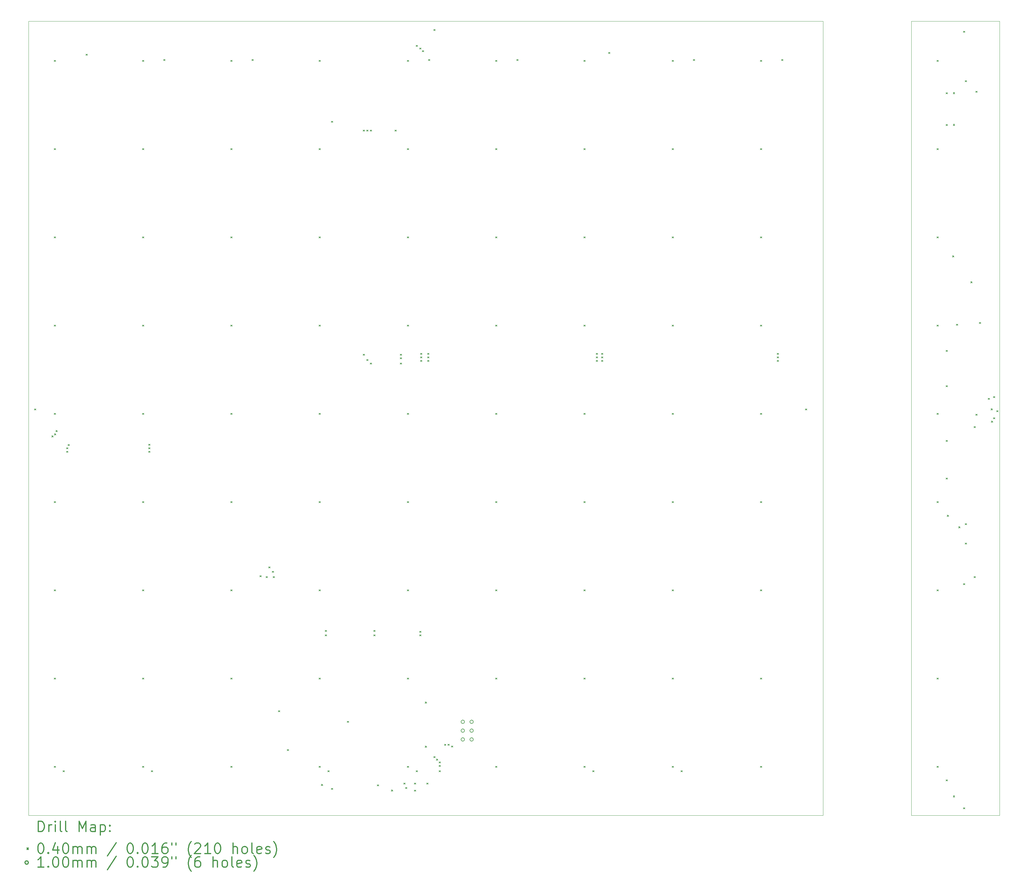
<source format=gbr>
%FSLAX45Y45*%
G04 Gerber Fmt 4.5, Leading zero omitted, Abs format (unit mm)*
G04 Created by KiCad (PCBNEW (5.1.4)-1) date 2020-04-23 20:30:22*
%MOMM*%
%LPD*%
G04 APERTURE LIST*
%ADD10C,0.050000*%
%ADD11C,0.200000*%
%ADD12C,0.300000*%
G04 APERTURE END LIST*
D10*
X26670000Y-24130000D02*
X26670000Y-1270000D01*
X29210000Y-24130000D02*
X26670000Y-24130000D01*
X29210000Y-1270000D02*
X29210000Y-24130000D01*
X26670000Y-1270000D02*
X29210000Y-1270000D01*
X1270000Y-24130000D02*
X1270000Y-1270000D01*
X24130000Y-24130000D02*
X1270000Y-24130000D01*
X24130000Y-1270000D02*
X24130000Y-24130000D01*
X1270000Y-1270000D02*
X24130000Y-1270000D01*
D11*
X1440500Y-12426000D02*
X1480500Y-12466000D01*
X1480500Y-12426000D02*
X1440500Y-12466000D01*
X1942992Y-13204214D02*
X1982992Y-13244214D01*
X1982992Y-13204214D02*
X1942992Y-13244214D01*
X2012000Y-2393000D02*
X2052000Y-2433000D01*
X2052000Y-2393000D02*
X2012000Y-2433000D01*
X2012000Y-4933000D02*
X2052000Y-4973000D01*
X2052000Y-4933000D02*
X2012000Y-4973000D01*
X2012000Y-7473000D02*
X2052000Y-7513000D01*
X2052000Y-7473000D02*
X2012000Y-7513000D01*
X2012000Y-10013000D02*
X2052000Y-10053000D01*
X2052000Y-10013000D02*
X2012000Y-10053000D01*
X2012000Y-12553000D02*
X2052000Y-12593000D01*
X2052000Y-12553000D02*
X2012000Y-12593000D01*
X2012000Y-15093000D02*
X2052000Y-15133000D01*
X2052000Y-15093000D02*
X2012000Y-15133000D01*
X2012000Y-17633000D02*
X2052000Y-17673000D01*
X2052000Y-17633000D02*
X2012000Y-17673000D01*
X2012000Y-20173000D02*
X2052000Y-20213000D01*
X2052000Y-20173000D02*
X2012000Y-20213000D01*
X2012000Y-22713000D02*
X2052000Y-22753000D01*
X2052000Y-22713000D02*
X2012000Y-22753000D01*
X2019022Y-13139254D02*
X2059022Y-13179254D01*
X2059022Y-13139254D02*
X2019022Y-13179254D01*
X2062295Y-13049101D02*
X2102295Y-13089101D01*
X2102295Y-13049101D02*
X2062295Y-13089101D01*
X2266000Y-22840000D02*
X2306000Y-22880000D01*
X2306000Y-22840000D02*
X2266000Y-22880000D01*
X2367600Y-13645200D02*
X2407600Y-13685200D01*
X2407600Y-13645200D02*
X2367600Y-13685200D01*
X2367902Y-13543600D02*
X2407902Y-13583600D01*
X2407902Y-13543600D02*
X2367902Y-13583600D01*
X2410886Y-13451859D02*
X2450886Y-13491859D01*
X2450886Y-13451859D02*
X2410886Y-13491859D01*
X2926400Y-2215200D02*
X2966400Y-2255200D01*
X2966400Y-2215200D02*
X2926400Y-2255200D01*
X4552000Y-2393000D02*
X4592000Y-2433000D01*
X4592000Y-2393000D02*
X4552000Y-2433000D01*
X4552000Y-4933000D02*
X4592000Y-4973000D01*
X4592000Y-4933000D02*
X4552000Y-4973000D01*
X4552000Y-7473000D02*
X4592000Y-7513000D01*
X4592000Y-7473000D02*
X4552000Y-7513000D01*
X4552000Y-10013000D02*
X4592000Y-10053000D01*
X4592000Y-10013000D02*
X4552000Y-10053000D01*
X4552000Y-12553000D02*
X4592000Y-12593000D01*
X4592000Y-12553000D02*
X4552000Y-12593000D01*
X4552000Y-15093000D02*
X4592000Y-15133000D01*
X4592000Y-15093000D02*
X4552000Y-15133000D01*
X4552000Y-17633000D02*
X4592000Y-17673000D01*
X4592000Y-17633000D02*
X4552000Y-17673000D01*
X4552000Y-20173000D02*
X4592000Y-20213000D01*
X4592000Y-20173000D02*
X4552000Y-20213000D01*
X4552000Y-22713000D02*
X4592000Y-22753000D01*
X4592000Y-22713000D02*
X4552000Y-22753000D01*
X4729800Y-13442000D02*
X4769800Y-13482000D01*
X4769800Y-13442000D02*
X4729800Y-13482000D01*
X4729800Y-13543600D02*
X4769800Y-13583600D01*
X4769800Y-13543600D02*
X4729800Y-13583600D01*
X4729800Y-13645200D02*
X4769800Y-13685200D01*
X4769800Y-13645200D02*
X4729800Y-13685200D01*
X4806000Y-22840000D02*
X4846000Y-22880000D01*
X4846000Y-22840000D02*
X4806000Y-22880000D01*
X5161600Y-2367600D02*
X5201600Y-2407600D01*
X5201600Y-2367600D02*
X5161600Y-2407600D01*
X7092000Y-2393000D02*
X7132000Y-2433000D01*
X7132000Y-2393000D02*
X7092000Y-2433000D01*
X7092000Y-4933000D02*
X7132000Y-4973000D01*
X7132000Y-4933000D02*
X7092000Y-4973000D01*
X7092000Y-7473000D02*
X7132000Y-7513000D01*
X7132000Y-7473000D02*
X7092000Y-7513000D01*
X7092000Y-10013000D02*
X7132000Y-10053000D01*
X7132000Y-10013000D02*
X7092000Y-10053000D01*
X7092000Y-12553000D02*
X7132000Y-12593000D01*
X7132000Y-12553000D02*
X7092000Y-12593000D01*
X7092000Y-15093000D02*
X7132000Y-15133000D01*
X7132000Y-15093000D02*
X7092000Y-15133000D01*
X7092000Y-17633000D02*
X7132000Y-17673000D01*
X7132000Y-17633000D02*
X7092000Y-17673000D01*
X7092000Y-20173000D02*
X7132000Y-20213000D01*
X7132000Y-20173000D02*
X7092000Y-20213000D01*
X7092000Y-22713000D02*
X7132000Y-22753000D01*
X7132000Y-22713000D02*
X7092000Y-22753000D01*
X7701600Y-2367600D02*
X7741600Y-2407600D01*
X7741600Y-2367600D02*
X7701600Y-2407600D01*
X7930200Y-17226600D02*
X7970200Y-17266600D01*
X7970200Y-17226600D02*
X7930200Y-17266600D01*
X8108000Y-17252000D02*
X8148000Y-17292000D01*
X8148000Y-17252000D02*
X8108000Y-17292000D01*
X8184200Y-16972600D02*
X8224200Y-17012600D01*
X8224200Y-16972600D02*
X8184200Y-17012600D01*
X8285800Y-17099600D02*
X8325800Y-17139600D01*
X8325800Y-17099600D02*
X8285800Y-17139600D01*
X8311200Y-17252000D02*
X8351200Y-17292000D01*
X8351200Y-17252000D02*
X8311200Y-17292000D01*
X8463600Y-21112800D02*
X8503600Y-21152800D01*
X8503600Y-21112800D02*
X8463600Y-21152800D01*
X8717600Y-22230400D02*
X8757600Y-22270400D01*
X8757600Y-22230400D02*
X8717600Y-22270400D01*
X9632000Y-2393000D02*
X9672000Y-2433000D01*
X9672000Y-2393000D02*
X9632000Y-2433000D01*
X9632000Y-4933000D02*
X9672000Y-4973000D01*
X9672000Y-4933000D02*
X9632000Y-4973000D01*
X9632000Y-7473000D02*
X9672000Y-7513000D01*
X9672000Y-7473000D02*
X9632000Y-7513000D01*
X9632000Y-10013000D02*
X9672000Y-10053000D01*
X9672000Y-10013000D02*
X9632000Y-10053000D01*
X9632000Y-12553000D02*
X9672000Y-12593000D01*
X9672000Y-12553000D02*
X9632000Y-12593000D01*
X9632000Y-15093000D02*
X9672000Y-15133000D01*
X9672000Y-15093000D02*
X9632000Y-15133000D01*
X9632000Y-17633000D02*
X9672000Y-17673000D01*
X9672000Y-17633000D02*
X9632000Y-17673000D01*
X9632000Y-20173000D02*
X9672000Y-20213000D01*
X9672000Y-20173000D02*
X9632000Y-20213000D01*
X9632000Y-22713000D02*
X9672000Y-22753000D01*
X9672000Y-22713000D02*
X9632000Y-22753000D01*
X9695500Y-23233700D02*
X9735500Y-23273700D01*
X9735500Y-23233700D02*
X9695500Y-23273700D01*
X9809800Y-18801400D02*
X9849800Y-18841400D01*
X9849800Y-18801400D02*
X9809800Y-18841400D01*
X9809800Y-18928400D02*
X9849800Y-18968400D01*
X9849800Y-18928400D02*
X9809800Y-18968400D01*
X9886000Y-22840000D02*
X9926000Y-22880000D01*
X9926000Y-22840000D02*
X9886000Y-22880000D01*
X9987600Y-4145600D02*
X10027600Y-4185600D01*
X10027600Y-4145600D02*
X9987600Y-4185600D01*
X9987600Y-23348000D02*
X10027600Y-23388000D01*
X10027600Y-23348000D02*
X9987600Y-23388000D01*
X10444800Y-21417600D02*
X10484800Y-21457600D01*
X10484800Y-21417600D02*
X10444800Y-21457600D01*
X10901393Y-4398993D02*
X10941393Y-4438993D01*
X10941393Y-4398993D02*
X10901393Y-4438993D01*
X10901393Y-10850593D02*
X10941393Y-10890593D01*
X10941393Y-10850593D02*
X10901393Y-10890593D01*
X11003600Y-4399600D02*
X11043600Y-4439600D01*
X11043600Y-4399600D02*
X11003600Y-4439600D01*
X11003600Y-11003600D02*
X11043600Y-11043600D01*
X11043600Y-11003600D02*
X11003600Y-11043600D01*
X11105200Y-4399600D02*
X11145200Y-4439600D01*
X11145200Y-4399600D02*
X11105200Y-4439600D01*
X11105200Y-11105200D02*
X11145200Y-11145200D01*
X11145200Y-11105200D02*
X11105200Y-11145200D01*
X11206800Y-18801400D02*
X11246800Y-18841400D01*
X11246800Y-18801400D02*
X11206800Y-18841400D01*
X11206800Y-18928400D02*
X11246800Y-18968400D01*
X11246800Y-18928400D02*
X11206800Y-18968400D01*
X11308400Y-23246400D02*
X11348400Y-23286400D01*
X11348400Y-23246400D02*
X11308400Y-23286400D01*
X11714800Y-23394998D02*
X11754800Y-23434998D01*
X11754800Y-23394998D02*
X11714800Y-23434998D01*
X11816400Y-4399600D02*
X11856400Y-4439600D01*
X11856400Y-4399600D02*
X11816400Y-4439600D01*
X11968800Y-10851200D02*
X12008800Y-10891200D01*
X12008800Y-10851200D02*
X11968800Y-10891200D01*
X11968800Y-10952800D02*
X12008800Y-10992800D01*
X12008800Y-10952800D02*
X11968800Y-10992800D01*
X11968800Y-11105200D02*
X12008800Y-11145200D01*
X12008800Y-11105200D02*
X11968800Y-11145200D01*
X12070400Y-23195600D02*
X12110400Y-23235600D01*
X12110400Y-23195600D02*
X12070400Y-23235600D01*
X12121200Y-23322297D02*
X12161200Y-23362297D01*
X12161200Y-23322297D02*
X12121200Y-23362297D01*
X12172000Y-2393000D02*
X12212000Y-2433000D01*
X12212000Y-2393000D02*
X12172000Y-2433000D01*
X12172000Y-4933000D02*
X12212000Y-4973000D01*
X12212000Y-4933000D02*
X12172000Y-4973000D01*
X12172000Y-7473000D02*
X12212000Y-7513000D01*
X12212000Y-7473000D02*
X12172000Y-7513000D01*
X12172000Y-10013000D02*
X12212000Y-10053000D01*
X12212000Y-10013000D02*
X12172000Y-10053000D01*
X12172000Y-12553000D02*
X12212000Y-12593000D01*
X12212000Y-12553000D02*
X12172000Y-12593000D01*
X12172000Y-15093000D02*
X12212000Y-15133000D01*
X12212000Y-15093000D02*
X12172000Y-15133000D01*
X12172000Y-17633000D02*
X12212000Y-17673000D01*
X12212000Y-17633000D02*
X12172000Y-17673000D01*
X12172000Y-20173000D02*
X12212000Y-20213000D01*
X12212000Y-20173000D02*
X12172000Y-20213000D01*
X12172000Y-22713000D02*
X12212000Y-22753000D01*
X12212000Y-22713000D02*
X12172000Y-22753000D01*
X12375200Y-23195600D02*
X12415200Y-23235600D01*
X12415200Y-23195600D02*
X12375200Y-23235600D01*
X12375200Y-23398800D02*
X12415200Y-23438800D01*
X12415200Y-23398800D02*
X12375200Y-23438800D01*
X12426000Y-1961200D02*
X12466000Y-2001200D01*
X12466000Y-1961200D02*
X12426000Y-2001200D01*
X12426000Y-22840000D02*
X12466000Y-22880000D01*
X12466000Y-22840000D02*
X12426000Y-22880000D01*
X12527600Y-2037400D02*
X12567600Y-2077400D01*
X12567600Y-2037400D02*
X12527600Y-2077400D01*
X12527600Y-18826800D02*
X12567600Y-18866800D01*
X12567600Y-18826800D02*
X12527600Y-18866800D01*
X12527600Y-18928400D02*
X12567600Y-18968400D01*
X12567600Y-18928400D02*
X12527600Y-18968400D01*
X12553000Y-10827399D02*
X12593000Y-10867399D01*
X12593000Y-10827399D02*
X12553000Y-10867399D01*
X12553000Y-10927400D02*
X12593000Y-10967400D01*
X12593000Y-10927400D02*
X12553000Y-10967400D01*
X12553000Y-11029000D02*
X12593000Y-11069000D01*
X12593000Y-11029000D02*
X12553000Y-11069000D01*
X12603800Y-2113600D02*
X12643800Y-2153600D01*
X12643800Y-2113600D02*
X12603800Y-2153600D01*
X12683500Y-20862300D02*
X12723500Y-20902300D01*
X12723500Y-20862300D02*
X12683500Y-20902300D01*
X12683500Y-22132300D02*
X12723500Y-22172300D01*
X12723500Y-22132300D02*
X12683500Y-22172300D01*
X12730800Y-23195600D02*
X12770800Y-23235600D01*
X12770800Y-23195600D02*
X12730800Y-23235600D01*
X12756200Y-10827399D02*
X12796200Y-10867399D01*
X12796200Y-10827399D02*
X12756200Y-10867399D01*
X12756200Y-10927400D02*
X12796200Y-10967400D01*
X12796200Y-10927400D02*
X12756200Y-10967400D01*
X12756200Y-11029000D02*
X12796200Y-11069000D01*
X12796200Y-11029000D02*
X12756200Y-11069000D01*
X12781600Y-2367600D02*
X12821600Y-2407600D01*
X12821600Y-2367600D02*
X12781600Y-2407600D01*
X12934000Y-1504000D02*
X12974000Y-1544000D01*
X12974000Y-1504000D02*
X12934000Y-1544000D01*
X12934000Y-22433600D02*
X12974000Y-22473600D01*
X12974000Y-22433600D02*
X12934000Y-22473600D01*
X13006460Y-22506060D02*
X13046460Y-22546060D01*
X13046460Y-22506060D02*
X13006460Y-22546060D01*
X13085793Y-22585393D02*
X13125793Y-22625393D01*
X13125793Y-22585393D02*
X13085793Y-22625393D01*
X13086400Y-22687600D02*
X13126400Y-22727600D01*
X13126400Y-22687600D02*
X13086400Y-22727600D01*
X13086400Y-22840000D02*
X13126400Y-22880000D01*
X13126400Y-22840000D02*
X13086400Y-22880000D01*
X13240399Y-22078000D02*
X13280399Y-22118000D01*
X13280399Y-22078000D02*
X13240399Y-22118000D01*
X13340400Y-22078000D02*
X13380400Y-22118000D01*
X13380400Y-22078000D02*
X13340400Y-22118000D01*
X13442000Y-22128800D02*
X13482000Y-22168800D01*
X13482000Y-22128800D02*
X13442000Y-22168800D01*
X14712000Y-2393000D02*
X14752000Y-2433000D01*
X14752000Y-2393000D02*
X14712000Y-2433000D01*
X14712000Y-4933000D02*
X14752000Y-4973000D01*
X14752000Y-4933000D02*
X14712000Y-4973000D01*
X14712000Y-7473000D02*
X14752000Y-7513000D01*
X14752000Y-7473000D02*
X14712000Y-7513000D01*
X14712000Y-10013000D02*
X14752000Y-10053000D01*
X14752000Y-10013000D02*
X14712000Y-10053000D01*
X14712000Y-12553000D02*
X14752000Y-12593000D01*
X14752000Y-12553000D02*
X14712000Y-12593000D01*
X14712000Y-15093000D02*
X14752000Y-15133000D01*
X14752000Y-15093000D02*
X14712000Y-15133000D01*
X14712000Y-17633000D02*
X14752000Y-17673000D01*
X14752000Y-17633000D02*
X14712000Y-17673000D01*
X14712000Y-20173000D02*
X14752000Y-20213000D01*
X14752000Y-20173000D02*
X14712000Y-20213000D01*
X14712000Y-22713000D02*
X14752000Y-22753000D01*
X14752000Y-22713000D02*
X14712000Y-22753000D01*
X15321600Y-2367600D02*
X15361600Y-2407600D01*
X15361600Y-2367600D02*
X15321600Y-2407600D01*
X17252000Y-2393000D02*
X17292000Y-2433000D01*
X17292000Y-2393000D02*
X17252000Y-2433000D01*
X17252000Y-4933000D02*
X17292000Y-4973000D01*
X17292000Y-4933000D02*
X17252000Y-4973000D01*
X17252000Y-7473000D02*
X17292000Y-7513000D01*
X17292000Y-7473000D02*
X17252000Y-7513000D01*
X17252000Y-10013000D02*
X17292000Y-10053000D01*
X17292000Y-10013000D02*
X17252000Y-10053000D01*
X17252000Y-12553000D02*
X17292000Y-12593000D01*
X17292000Y-12553000D02*
X17252000Y-12593000D01*
X17252000Y-15093000D02*
X17292000Y-15133000D01*
X17292000Y-15093000D02*
X17252000Y-15133000D01*
X17252000Y-17633000D02*
X17292000Y-17673000D01*
X17292000Y-17633000D02*
X17252000Y-17673000D01*
X17252000Y-20173000D02*
X17292000Y-20213000D01*
X17292000Y-20173000D02*
X17252000Y-20213000D01*
X17252000Y-22713000D02*
X17292000Y-22753000D01*
X17292000Y-22713000D02*
X17252000Y-22753000D01*
X17506000Y-22840000D02*
X17546000Y-22880000D01*
X17546000Y-22840000D02*
X17506000Y-22880000D01*
X17607600Y-10825800D02*
X17647600Y-10865800D01*
X17647600Y-10825800D02*
X17607600Y-10865800D01*
X17607600Y-10927400D02*
X17647600Y-10967400D01*
X17647600Y-10927400D02*
X17607600Y-10967400D01*
X17607600Y-11029000D02*
X17647600Y-11069000D01*
X17647600Y-11029000D02*
X17607600Y-11069000D01*
X17760000Y-10825800D02*
X17800000Y-10865800D01*
X17800000Y-10825800D02*
X17760000Y-10865800D01*
X17760000Y-10927400D02*
X17800000Y-10967400D01*
X17800000Y-10927400D02*
X17760000Y-10967400D01*
X17760000Y-11029000D02*
X17800000Y-11069000D01*
X17800000Y-11029000D02*
X17760000Y-11069000D01*
X17963200Y-2164400D02*
X18003200Y-2204400D01*
X18003200Y-2164400D02*
X17963200Y-2204400D01*
X19792000Y-2393000D02*
X19832000Y-2433000D01*
X19832000Y-2393000D02*
X19792000Y-2433000D01*
X19792000Y-4933000D02*
X19832000Y-4973000D01*
X19832000Y-4933000D02*
X19792000Y-4973000D01*
X19792000Y-7473000D02*
X19832000Y-7513000D01*
X19832000Y-7473000D02*
X19792000Y-7513000D01*
X19792000Y-10013000D02*
X19832000Y-10053000D01*
X19832000Y-10013000D02*
X19792000Y-10053000D01*
X19792000Y-12553000D02*
X19832000Y-12593000D01*
X19832000Y-12553000D02*
X19792000Y-12593000D01*
X19792000Y-15093000D02*
X19832000Y-15133000D01*
X19832000Y-15093000D02*
X19792000Y-15133000D01*
X19792000Y-17633000D02*
X19832000Y-17673000D01*
X19832000Y-17633000D02*
X19792000Y-17673000D01*
X19792000Y-20173000D02*
X19832000Y-20213000D01*
X19832000Y-20173000D02*
X19792000Y-20213000D01*
X19792000Y-22713000D02*
X19832000Y-22753000D01*
X19832000Y-22713000D02*
X19792000Y-22753000D01*
X20046000Y-22840000D02*
X20086000Y-22880000D01*
X20086000Y-22840000D02*
X20046000Y-22880000D01*
X20401600Y-2367600D02*
X20441600Y-2407600D01*
X20441600Y-2367600D02*
X20401600Y-2407600D01*
X22332000Y-2393000D02*
X22372000Y-2433000D01*
X22372000Y-2393000D02*
X22332000Y-2433000D01*
X22332000Y-4933000D02*
X22372000Y-4973000D01*
X22372000Y-4933000D02*
X22332000Y-4973000D01*
X22332000Y-7473000D02*
X22372000Y-7513000D01*
X22372000Y-7473000D02*
X22332000Y-7513000D01*
X22332000Y-10013000D02*
X22372000Y-10053000D01*
X22372000Y-10013000D02*
X22332000Y-10053000D01*
X22332000Y-12553000D02*
X22372000Y-12593000D01*
X22372000Y-12553000D02*
X22332000Y-12593000D01*
X22332000Y-15093000D02*
X22372000Y-15133000D01*
X22372000Y-15093000D02*
X22332000Y-15133000D01*
X22332000Y-17633000D02*
X22372000Y-17673000D01*
X22372000Y-17633000D02*
X22332000Y-17673000D01*
X22332000Y-20173000D02*
X22372000Y-20213000D01*
X22372000Y-20173000D02*
X22332000Y-20213000D01*
X22332000Y-22713000D02*
X22372000Y-22753000D01*
X22372000Y-22713000D02*
X22332000Y-22753000D01*
X22814600Y-10825800D02*
X22854600Y-10865800D01*
X22854600Y-10825800D02*
X22814600Y-10865800D01*
X22814600Y-10927400D02*
X22854600Y-10967400D01*
X22854600Y-10927400D02*
X22814600Y-10967400D01*
X22814600Y-11029000D02*
X22854600Y-11069000D01*
X22854600Y-11029000D02*
X22814600Y-11069000D01*
X22941600Y-2367600D02*
X22981600Y-2407600D01*
X22981600Y-2367600D02*
X22941600Y-2407600D01*
X23627400Y-12426000D02*
X23667400Y-12466000D01*
X23667400Y-12426000D02*
X23627400Y-12466000D01*
X27412000Y-2393000D02*
X27452000Y-2433000D01*
X27452000Y-2393000D02*
X27412000Y-2433000D01*
X27412000Y-4933000D02*
X27452000Y-4973000D01*
X27452000Y-4933000D02*
X27412000Y-4973000D01*
X27412000Y-7473000D02*
X27452000Y-7513000D01*
X27452000Y-7473000D02*
X27412000Y-7513000D01*
X27412000Y-10013000D02*
X27452000Y-10053000D01*
X27452000Y-10013000D02*
X27412000Y-10053000D01*
X27412000Y-12553000D02*
X27452000Y-12593000D01*
X27452000Y-12553000D02*
X27412000Y-12593000D01*
X27412000Y-15093000D02*
X27452000Y-15133000D01*
X27452000Y-15093000D02*
X27412000Y-15133000D01*
X27412000Y-17633000D02*
X27452000Y-17673000D01*
X27452000Y-17633000D02*
X27412000Y-17673000D01*
X27412000Y-20173000D02*
X27452000Y-20213000D01*
X27452000Y-20173000D02*
X27412000Y-20213000D01*
X27412000Y-22713000D02*
X27452000Y-22753000D01*
X27452000Y-22713000D02*
X27412000Y-22753000D01*
X27675000Y-3323800D02*
X27715000Y-3363800D01*
X27715000Y-3323800D02*
X27675000Y-3363800D01*
X27675000Y-4238200D02*
X27715000Y-4278200D01*
X27715000Y-4238200D02*
X27675000Y-4278200D01*
X27675000Y-10740600D02*
X27715000Y-10780600D01*
X27715000Y-10740600D02*
X27675000Y-10780600D01*
X27675000Y-11756600D02*
X27715000Y-11796600D01*
X27715000Y-11756600D02*
X27675000Y-11796600D01*
X27675000Y-13331400D02*
X27715000Y-13371400D01*
X27715000Y-13331400D02*
X27675000Y-13371400D01*
X27675000Y-14416200D02*
X27715000Y-14456200D01*
X27715000Y-14416200D02*
X27675000Y-14456200D01*
X27675000Y-23103000D02*
X27715000Y-23143000D01*
X27715000Y-23103000D02*
X27675000Y-23143000D01*
X27705200Y-15485600D02*
X27745200Y-15525600D01*
X27745200Y-15485600D02*
X27705200Y-15525600D01*
X27857600Y-8018000D02*
X27897600Y-8058000D01*
X27897600Y-8018000D02*
X27857600Y-8058000D01*
X27880000Y-3322000D02*
X27920000Y-3362000D01*
X27920000Y-3322000D02*
X27880000Y-3362000D01*
X27880000Y-4236400D02*
X27920000Y-4276400D01*
X27920000Y-4236400D02*
X27880000Y-4276400D01*
X27880000Y-23562000D02*
X27920000Y-23602000D01*
X27920000Y-23562000D02*
X27880000Y-23602000D01*
X27970800Y-9987600D02*
X28010800Y-10027600D01*
X28010800Y-9987600D02*
X27970800Y-10027600D01*
X28035400Y-15815800D02*
X28075400Y-15855800D01*
X28075400Y-15815800D02*
X28035400Y-15855800D01*
X28174000Y-1554800D02*
X28214000Y-1594800D01*
X28214000Y-1554800D02*
X28174000Y-1594800D01*
X28174000Y-17455200D02*
X28214000Y-17495200D01*
X28214000Y-17455200D02*
X28174000Y-17495200D01*
X28174000Y-23906800D02*
X28214000Y-23946800D01*
X28214000Y-23906800D02*
X28174000Y-23946800D01*
X28224800Y-2977200D02*
X28264800Y-3017200D01*
X28264800Y-2977200D02*
X28224800Y-3017200D01*
X28224800Y-15728000D02*
X28264800Y-15768000D01*
X28264800Y-15728000D02*
X28224800Y-15768000D01*
X28224800Y-16286800D02*
X28264800Y-16326800D01*
X28264800Y-16286800D02*
X28224800Y-16326800D01*
X28382299Y-8763301D02*
X28422299Y-8803301D01*
X28422299Y-8763301D02*
X28382299Y-8803301D01*
X28478800Y-12934000D02*
X28518800Y-12974000D01*
X28518800Y-12934000D02*
X28478800Y-12974000D01*
X28478800Y-17252000D02*
X28518800Y-17292000D01*
X28518800Y-17252000D02*
X28478800Y-17292000D01*
X28529600Y-3282000D02*
X28569600Y-3322000D01*
X28569600Y-3282000D02*
X28529600Y-3322000D01*
X28529600Y-12578400D02*
X28569600Y-12618400D01*
X28569600Y-12578400D02*
X28529600Y-12618400D01*
X28631200Y-9936800D02*
X28671200Y-9976800D01*
X28671200Y-9936800D02*
X28631200Y-9976800D01*
X28885200Y-12121200D02*
X28925200Y-12161200D01*
X28925200Y-12121200D02*
X28885200Y-12161200D01*
X28964899Y-12425347D02*
X29004899Y-12465347D01*
X29004899Y-12425347D02*
X28964899Y-12465347D01*
X28979296Y-12779490D02*
X29019296Y-12819490D01*
X29019296Y-12779490D02*
X28979296Y-12819490D01*
X29037600Y-12070400D02*
X29077600Y-12110400D01*
X29077600Y-12070400D02*
X29037600Y-12110400D01*
X29037600Y-12680000D02*
X29077600Y-12720000D01*
X29077600Y-12680000D02*
X29037600Y-12720000D01*
X29127500Y-12476800D02*
X29167500Y-12516800D01*
X29167500Y-12476800D02*
X29127500Y-12516800D01*
X13816800Y-21437600D02*
G75*
G03X13816800Y-21437600I-50000J0D01*
G01*
X13816800Y-21691600D02*
G75*
G03X13816800Y-21691600I-50000J0D01*
G01*
X13816800Y-21945600D02*
G75*
G03X13816800Y-21945600I-50000J0D01*
G01*
X14070800Y-21437600D02*
G75*
G03X14070800Y-21437600I-50000J0D01*
G01*
X14070800Y-21691600D02*
G75*
G03X14070800Y-21691600I-50000J0D01*
G01*
X14070800Y-21945600D02*
G75*
G03X14070800Y-21945600I-50000J0D01*
G01*
D12*
X1553928Y-24598214D02*
X1553928Y-24298214D01*
X1625357Y-24298214D01*
X1668214Y-24312500D01*
X1696786Y-24341071D01*
X1711071Y-24369643D01*
X1725357Y-24426786D01*
X1725357Y-24469643D01*
X1711071Y-24526786D01*
X1696786Y-24555357D01*
X1668214Y-24583929D01*
X1625357Y-24598214D01*
X1553928Y-24598214D01*
X1853928Y-24598214D02*
X1853928Y-24398214D01*
X1853928Y-24455357D02*
X1868214Y-24426786D01*
X1882500Y-24412500D01*
X1911071Y-24398214D01*
X1939643Y-24398214D01*
X2039643Y-24598214D02*
X2039643Y-24398214D01*
X2039643Y-24298214D02*
X2025357Y-24312500D01*
X2039643Y-24326786D01*
X2053928Y-24312500D01*
X2039643Y-24298214D01*
X2039643Y-24326786D01*
X2225357Y-24598214D02*
X2196786Y-24583929D01*
X2182500Y-24555357D01*
X2182500Y-24298214D01*
X2382500Y-24598214D02*
X2353928Y-24583929D01*
X2339643Y-24555357D01*
X2339643Y-24298214D01*
X2725357Y-24598214D02*
X2725357Y-24298214D01*
X2825357Y-24512500D01*
X2925357Y-24298214D01*
X2925357Y-24598214D01*
X3196786Y-24598214D02*
X3196786Y-24441071D01*
X3182500Y-24412500D01*
X3153928Y-24398214D01*
X3096786Y-24398214D01*
X3068214Y-24412500D01*
X3196786Y-24583929D02*
X3168214Y-24598214D01*
X3096786Y-24598214D01*
X3068214Y-24583929D01*
X3053928Y-24555357D01*
X3053928Y-24526786D01*
X3068214Y-24498214D01*
X3096786Y-24483929D01*
X3168214Y-24483929D01*
X3196786Y-24469643D01*
X3339643Y-24398214D02*
X3339643Y-24698214D01*
X3339643Y-24412500D02*
X3368214Y-24398214D01*
X3425357Y-24398214D01*
X3453928Y-24412500D01*
X3468214Y-24426786D01*
X3482500Y-24455357D01*
X3482500Y-24541071D01*
X3468214Y-24569643D01*
X3453928Y-24583929D01*
X3425357Y-24598214D01*
X3368214Y-24598214D01*
X3339643Y-24583929D01*
X3611071Y-24569643D02*
X3625357Y-24583929D01*
X3611071Y-24598214D01*
X3596786Y-24583929D01*
X3611071Y-24569643D01*
X3611071Y-24598214D01*
X3611071Y-24412500D02*
X3625357Y-24426786D01*
X3611071Y-24441071D01*
X3596786Y-24426786D01*
X3611071Y-24412500D01*
X3611071Y-24441071D01*
X1227500Y-25072500D02*
X1267500Y-25112500D01*
X1267500Y-25072500D02*
X1227500Y-25112500D01*
X1611071Y-24928214D02*
X1639643Y-24928214D01*
X1668214Y-24942500D01*
X1682500Y-24956786D01*
X1696786Y-24985357D01*
X1711071Y-25042500D01*
X1711071Y-25113929D01*
X1696786Y-25171071D01*
X1682500Y-25199643D01*
X1668214Y-25213929D01*
X1639643Y-25228214D01*
X1611071Y-25228214D01*
X1582500Y-25213929D01*
X1568214Y-25199643D01*
X1553928Y-25171071D01*
X1539643Y-25113929D01*
X1539643Y-25042500D01*
X1553928Y-24985357D01*
X1568214Y-24956786D01*
X1582500Y-24942500D01*
X1611071Y-24928214D01*
X1839643Y-25199643D02*
X1853928Y-25213929D01*
X1839643Y-25228214D01*
X1825357Y-25213929D01*
X1839643Y-25199643D01*
X1839643Y-25228214D01*
X2111071Y-25028214D02*
X2111071Y-25228214D01*
X2039643Y-24913929D02*
X1968214Y-25128214D01*
X2153928Y-25128214D01*
X2325357Y-24928214D02*
X2353928Y-24928214D01*
X2382500Y-24942500D01*
X2396786Y-24956786D01*
X2411071Y-24985357D01*
X2425357Y-25042500D01*
X2425357Y-25113929D01*
X2411071Y-25171071D01*
X2396786Y-25199643D01*
X2382500Y-25213929D01*
X2353928Y-25228214D01*
X2325357Y-25228214D01*
X2296786Y-25213929D01*
X2282500Y-25199643D01*
X2268214Y-25171071D01*
X2253928Y-25113929D01*
X2253928Y-25042500D01*
X2268214Y-24985357D01*
X2282500Y-24956786D01*
X2296786Y-24942500D01*
X2325357Y-24928214D01*
X2553928Y-25228214D02*
X2553928Y-25028214D01*
X2553928Y-25056786D02*
X2568214Y-25042500D01*
X2596786Y-25028214D01*
X2639643Y-25028214D01*
X2668214Y-25042500D01*
X2682500Y-25071071D01*
X2682500Y-25228214D01*
X2682500Y-25071071D02*
X2696786Y-25042500D01*
X2725357Y-25028214D01*
X2768214Y-25028214D01*
X2796786Y-25042500D01*
X2811071Y-25071071D01*
X2811071Y-25228214D01*
X2953928Y-25228214D02*
X2953928Y-25028214D01*
X2953928Y-25056786D02*
X2968214Y-25042500D01*
X2996786Y-25028214D01*
X3039643Y-25028214D01*
X3068214Y-25042500D01*
X3082500Y-25071071D01*
X3082500Y-25228214D01*
X3082500Y-25071071D02*
X3096786Y-25042500D01*
X3125357Y-25028214D01*
X3168214Y-25028214D01*
X3196786Y-25042500D01*
X3211071Y-25071071D01*
X3211071Y-25228214D01*
X3796786Y-24913929D02*
X3539643Y-25299643D01*
X4182500Y-24928214D02*
X4211071Y-24928214D01*
X4239643Y-24942500D01*
X4253928Y-24956786D01*
X4268214Y-24985357D01*
X4282500Y-25042500D01*
X4282500Y-25113929D01*
X4268214Y-25171071D01*
X4253928Y-25199643D01*
X4239643Y-25213929D01*
X4211071Y-25228214D01*
X4182500Y-25228214D01*
X4153928Y-25213929D01*
X4139643Y-25199643D01*
X4125357Y-25171071D01*
X4111071Y-25113929D01*
X4111071Y-25042500D01*
X4125357Y-24985357D01*
X4139643Y-24956786D01*
X4153928Y-24942500D01*
X4182500Y-24928214D01*
X4411071Y-25199643D02*
X4425357Y-25213929D01*
X4411071Y-25228214D01*
X4396786Y-25213929D01*
X4411071Y-25199643D01*
X4411071Y-25228214D01*
X4611071Y-24928214D02*
X4639643Y-24928214D01*
X4668214Y-24942500D01*
X4682500Y-24956786D01*
X4696786Y-24985357D01*
X4711071Y-25042500D01*
X4711071Y-25113929D01*
X4696786Y-25171071D01*
X4682500Y-25199643D01*
X4668214Y-25213929D01*
X4639643Y-25228214D01*
X4611071Y-25228214D01*
X4582500Y-25213929D01*
X4568214Y-25199643D01*
X4553928Y-25171071D01*
X4539643Y-25113929D01*
X4539643Y-25042500D01*
X4553928Y-24985357D01*
X4568214Y-24956786D01*
X4582500Y-24942500D01*
X4611071Y-24928214D01*
X4996786Y-25228214D02*
X4825357Y-25228214D01*
X4911071Y-25228214D02*
X4911071Y-24928214D01*
X4882500Y-24971071D01*
X4853928Y-24999643D01*
X4825357Y-25013929D01*
X5253928Y-24928214D02*
X5196786Y-24928214D01*
X5168214Y-24942500D01*
X5153928Y-24956786D01*
X5125357Y-24999643D01*
X5111071Y-25056786D01*
X5111071Y-25171071D01*
X5125357Y-25199643D01*
X5139643Y-25213929D01*
X5168214Y-25228214D01*
X5225357Y-25228214D01*
X5253928Y-25213929D01*
X5268214Y-25199643D01*
X5282500Y-25171071D01*
X5282500Y-25099643D01*
X5268214Y-25071071D01*
X5253928Y-25056786D01*
X5225357Y-25042500D01*
X5168214Y-25042500D01*
X5139643Y-25056786D01*
X5125357Y-25071071D01*
X5111071Y-25099643D01*
X5396786Y-24928214D02*
X5396786Y-24985357D01*
X5511071Y-24928214D02*
X5511071Y-24985357D01*
X5953928Y-25342500D02*
X5939643Y-25328214D01*
X5911071Y-25285357D01*
X5896786Y-25256786D01*
X5882500Y-25213929D01*
X5868214Y-25142500D01*
X5868214Y-25085357D01*
X5882500Y-25013929D01*
X5896786Y-24971071D01*
X5911071Y-24942500D01*
X5939643Y-24899643D01*
X5953928Y-24885357D01*
X6053928Y-24956786D02*
X6068214Y-24942500D01*
X6096786Y-24928214D01*
X6168214Y-24928214D01*
X6196786Y-24942500D01*
X6211071Y-24956786D01*
X6225357Y-24985357D01*
X6225357Y-25013929D01*
X6211071Y-25056786D01*
X6039643Y-25228214D01*
X6225357Y-25228214D01*
X6511071Y-25228214D02*
X6339643Y-25228214D01*
X6425357Y-25228214D02*
X6425357Y-24928214D01*
X6396786Y-24971071D01*
X6368214Y-24999643D01*
X6339643Y-25013929D01*
X6696786Y-24928214D02*
X6725357Y-24928214D01*
X6753928Y-24942500D01*
X6768214Y-24956786D01*
X6782500Y-24985357D01*
X6796786Y-25042500D01*
X6796786Y-25113929D01*
X6782500Y-25171071D01*
X6768214Y-25199643D01*
X6753928Y-25213929D01*
X6725357Y-25228214D01*
X6696786Y-25228214D01*
X6668214Y-25213929D01*
X6653928Y-25199643D01*
X6639643Y-25171071D01*
X6625357Y-25113929D01*
X6625357Y-25042500D01*
X6639643Y-24985357D01*
X6653928Y-24956786D01*
X6668214Y-24942500D01*
X6696786Y-24928214D01*
X7153928Y-25228214D02*
X7153928Y-24928214D01*
X7282500Y-25228214D02*
X7282500Y-25071071D01*
X7268214Y-25042500D01*
X7239643Y-25028214D01*
X7196786Y-25028214D01*
X7168214Y-25042500D01*
X7153928Y-25056786D01*
X7468214Y-25228214D02*
X7439643Y-25213929D01*
X7425357Y-25199643D01*
X7411071Y-25171071D01*
X7411071Y-25085357D01*
X7425357Y-25056786D01*
X7439643Y-25042500D01*
X7468214Y-25028214D01*
X7511071Y-25028214D01*
X7539643Y-25042500D01*
X7553928Y-25056786D01*
X7568214Y-25085357D01*
X7568214Y-25171071D01*
X7553928Y-25199643D01*
X7539643Y-25213929D01*
X7511071Y-25228214D01*
X7468214Y-25228214D01*
X7739643Y-25228214D02*
X7711071Y-25213929D01*
X7696786Y-25185357D01*
X7696786Y-24928214D01*
X7968214Y-25213929D02*
X7939643Y-25228214D01*
X7882500Y-25228214D01*
X7853928Y-25213929D01*
X7839643Y-25185357D01*
X7839643Y-25071071D01*
X7853928Y-25042500D01*
X7882500Y-25028214D01*
X7939643Y-25028214D01*
X7968214Y-25042500D01*
X7982500Y-25071071D01*
X7982500Y-25099643D01*
X7839643Y-25128214D01*
X8096786Y-25213929D02*
X8125357Y-25228214D01*
X8182500Y-25228214D01*
X8211071Y-25213929D01*
X8225357Y-25185357D01*
X8225357Y-25171071D01*
X8211071Y-25142500D01*
X8182500Y-25128214D01*
X8139643Y-25128214D01*
X8111071Y-25113929D01*
X8096786Y-25085357D01*
X8096786Y-25071071D01*
X8111071Y-25042500D01*
X8139643Y-25028214D01*
X8182500Y-25028214D01*
X8211071Y-25042500D01*
X8325357Y-25342500D02*
X8339643Y-25328214D01*
X8368214Y-25285357D01*
X8382500Y-25256786D01*
X8396786Y-25213929D01*
X8411071Y-25142500D01*
X8411071Y-25085357D01*
X8396786Y-25013929D01*
X8382500Y-24971071D01*
X8368214Y-24942500D01*
X8339643Y-24899643D01*
X8325357Y-24885357D01*
X1267500Y-25488500D02*
G75*
G03X1267500Y-25488500I-50000J0D01*
G01*
X1711071Y-25624214D02*
X1539643Y-25624214D01*
X1625357Y-25624214D02*
X1625357Y-25324214D01*
X1596786Y-25367071D01*
X1568214Y-25395643D01*
X1539643Y-25409929D01*
X1839643Y-25595643D02*
X1853928Y-25609929D01*
X1839643Y-25624214D01*
X1825357Y-25609929D01*
X1839643Y-25595643D01*
X1839643Y-25624214D01*
X2039643Y-25324214D02*
X2068214Y-25324214D01*
X2096786Y-25338500D01*
X2111071Y-25352786D01*
X2125357Y-25381357D01*
X2139643Y-25438500D01*
X2139643Y-25509929D01*
X2125357Y-25567071D01*
X2111071Y-25595643D01*
X2096786Y-25609929D01*
X2068214Y-25624214D01*
X2039643Y-25624214D01*
X2011071Y-25609929D01*
X1996786Y-25595643D01*
X1982500Y-25567071D01*
X1968214Y-25509929D01*
X1968214Y-25438500D01*
X1982500Y-25381357D01*
X1996786Y-25352786D01*
X2011071Y-25338500D01*
X2039643Y-25324214D01*
X2325357Y-25324214D02*
X2353928Y-25324214D01*
X2382500Y-25338500D01*
X2396786Y-25352786D01*
X2411071Y-25381357D01*
X2425357Y-25438500D01*
X2425357Y-25509929D01*
X2411071Y-25567071D01*
X2396786Y-25595643D01*
X2382500Y-25609929D01*
X2353928Y-25624214D01*
X2325357Y-25624214D01*
X2296786Y-25609929D01*
X2282500Y-25595643D01*
X2268214Y-25567071D01*
X2253928Y-25509929D01*
X2253928Y-25438500D01*
X2268214Y-25381357D01*
X2282500Y-25352786D01*
X2296786Y-25338500D01*
X2325357Y-25324214D01*
X2553928Y-25624214D02*
X2553928Y-25424214D01*
X2553928Y-25452786D02*
X2568214Y-25438500D01*
X2596786Y-25424214D01*
X2639643Y-25424214D01*
X2668214Y-25438500D01*
X2682500Y-25467071D01*
X2682500Y-25624214D01*
X2682500Y-25467071D02*
X2696786Y-25438500D01*
X2725357Y-25424214D01*
X2768214Y-25424214D01*
X2796786Y-25438500D01*
X2811071Y-25467071D01*
X2811071Y-25624214D01*
X2953928Y-25624214D02*
X2953928Y-25424214D01*
X2953928Y-25452786D02*
X2968214Y-25438500D01*
X2996786Y-25424214D01*
X3039643Y-25424214D01*
X3068214Y-25438500D01*
X3082500Y-25467071D01*
X3082500Y-25624214D01*
X3082500Y-25467071D02*
X3096786Y-25438500D01*
X3125357Y-25424214D01*
X3168214Y-25424214D01*
X3196786Y-25438500D01*
X3211071Y-25467071D01*
X3211071Y-25624214D01*
X3796786Y-25309929D02*
X3539643Y-25695643D01*
X4182500Y-25324214D02*
X4211071Y-25324214D01*
X4239643Y-25338500D01*
X4253928Y-25352786D01*
X4268214Y-25381357D01*
X4282500Y-25438500D01*
X4282500Y-25509929D01*
X4268214Y-25567071D01*
X4253928Y-25595643D01*
X4239643Y-25609929D01*
X4211071Y-25624214D01*
X4182500Y-25624214D01*
X4153928Y-25609929D01*
X4139643Y-25595643D01*
X4125357Y-25567071D01*
X4111071Y-25509929D01*
X4111071Y-25438500D01*
X4125357Y-25381357D01*
X4139643Y-25352786D01*
X4153928Y-25338500D01*
X4182500Y-25324214D01*
X4411071Y-25595643D02*
X4425357Y-25609929D01*
X4411071Y-25624214D01*
X4396786Y-25609929D01*
X4411071Y-25595643D01*
X4411071Y-25624214D01*
X4611071Y-25324214D02*
X4639643Y-25324214D01*
X4668214Y-25338500D01*
X4682500Y-25352786D01*
X4696786Y-25381357D01*
X4711071Y-25438500D01*
X4711071Y-25509929D01*
X4696786Y-25567071D01*
X4682500Y-25595643D01*
X4668214Y-25609929D01*
X4639643Y-25624214D01*
X4611071Y-25624214D01*
X4582500Y-25609929D01*
X4568214Y-25595643D01*
X4553928Y-25567071D01*
X4539643Y-25509929D01*
X4539643Y-25438500D01*
X4553928Y-25381357D01*
X4568214Y-25352786D01*
X4582500Y-25338500D01*
X4611071Y-25324214D01*
X4811071Y-25324214D02*
X4996786Y-25324214D01*
X4896786Y-25438500D01*
X4939643Y-25438500D01*
X4968214Y-25452786D01*
X4982500Y-25467071D01*
X4996786Y-25495643D01*
X4996786Y-25567071D01*
X4982500Y-25595643D01*
X4968214Y-25609929D01*
X4939643Y-25624214D01*
X4853928Y-25624214D01*
X4825357Y-25609929D01*
X4811071Y-25595643D01*
X5139643Y-25624214D02*
X5196786Y-25624214D01*
X5225357Y-25609929D01*
X5239643Y-25595643D01*
X5268214Y-25552786D01*
X5282500Y-25495643D01*
X5282500Y-25381357D01*
X5268214Y-25352786D01*
X5253928Y-25338500D01*
X5225357Y-25324214D01*
X5168214Y-25324214D01*
X5139643Y-25338500D01*
X5125357Y-25352786D01*
X5111071Y-25381357D01*
X5111071Y-25452786D01*
X5125357Y-25481357D01*
X5139643Y-25495643D01*
X5168214Y-25509929D01*
X5225357Y-25509929D01*
X5253928Y-25495643D01*
X5268214Y-25481357D01*
X5282500Y-25452786D01*
X5396786Y-25324214D02*
X5396786Y-25381357D01*
X5511071Y-25324214D02*
X5511071Y-25381357D01*
X5953928Y-25738500D02*
X5939643Y-25724214D01*
X5911071Y-25681357D01*
X5896786Y-25652786D01*
X5882500Y-25609929D01*
X5868214Y-25538500D01*
X5868214Y-25481357D01*
X5882500Y-25409929D01*
X5896786Y-25367071D01*
X5911071Y-25338500D01*
X5939643Y-25295643D01*
X5953928Y-25281357D01*
X6196786Y-25324214D02*
X6139643Y-25324214D01*
X6111071Y-25338500D01*
X6096786Y-25352786D01*
X6068214Y-25395643D01*
X6053928Y-25452786D01*
X6053928Y-25567071D01*
X6068214Y-25595643D01*
X6082500Y-25609929D01*
X6111071Y-25624214D01*
X6168214Y-25624214D01*
X6196786Y-25609929D01*
X6211071Y-25595643D01*
X6225357Y-25567071D01*
X6225357Y-25495643D01*
X6211071Y-25467071D01*
X6196786Y-25452786D01*
X6168214Y-25438500D01*
X6111071Y-25438500D01*
X6082500Y-25452786D01*
X6068214Y-25467071D01*
X6053928Y-25495643D01*
X6582500Y-25624214D02*
X6582500Y-25324214D01*
X6711071Y-25624214D02*
X6711071Y-25467071D01*
X6696786Y-25438500D01*
X6668214Y-25424214D01*
X6625357Y-25424214D01*
X6596786Y-25438500D01*
X6582500Y-25452786D01*
X6896786Y-25624214D02*
X6868214Y-25609929D01*
X6853928Y-25595643D01*
X6839643Y-25567071D01*
X6839643Y-25481357D01*
X6853928Y-25452786D01*
X6868214Y-25438500D01*
X6896786Y-25424214D01*
X6939643Y-25424214D01*
X6968214Y-25438500D01*
X6982500Y-25452786D01*
X6996786Y-25481357D01*
X6996786Y-25567071D01*
X6982500Y-25595643D01*
X6968214Y-25609929D01*
X6939643Y-25624214D01*
X6896786Y-25624214D01*
X7168214Y-25624214D02*
X7139643Y-25609929D01*
X7125357Y-25581357D01*
X7125357Y-25324214D01*
X7396786Y-25609929D02*
X7368214Y-25624214D01*
X7311071Y-25624214D01*
X7282500Y-25609929D01*
X7268214Y-25581357D01*
X7268214Y-25467071D01*
X7282500Y-25438500D01*
X7311071Y-25424214D01*
X7368214Y-25424214D01*
X7396786Y-25438500D01*
X7411071Y-25467071D01*
X7411071Y-25495643D01*
X7268214Y-25524214D01*
X7525357Y-25609929D02*
X7553928Y-25624214D01*
X7611071Y-25624214D01*
X7639643Y-25609929D01*
X7653928Y-25581357D01*
X7653928Y-25567071D01*
X7639643Y-25538500D01*
X7611071Y-25524214D01*
X7568214Y-25524214D01*
X7539643Y-25509929D01*
X7525357Y-25481357D01*
X7525357Y-25467071D01*
X7539643Y-25438500D01*
X7568214Y-25424214D01*
X7611071Y-25424214D01*
X7639643Y-25438500D01*
X7753928Y-25738500D02*
X7768214Y-25724214D01*
X7796786Y-25681357D01*
X7811071Y-25652786D01*
X7825357Y-25609929D01*
X7839643Y-25538500D01*
X7839643Y-25481357D01*
X7825357Y-25409929D01*
X7811071Y-25367071D01*
X7796786Y-25338500D01*
X7768214Y-25295643D01*
X7753928Y-25281357D01*
M02*

</source>
